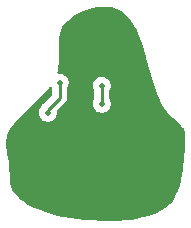
<source format=gbr>
%TF.GenerationSoftware,KiCad,Pcbnew,9.0.6*%
%TF.CreationDate,2026-01-01T02:46:18-05:00*%
%TF.ProjectId,Project Resonator Crossover Circuit PCB,50726f6a-6563-4742-9052-65736f6e6174,rev?*%
%TF.SameCoordinates,Original*%
%TF.FileFunction,Copper,L2,Bot*%
%TF.FilePolarity,Positive*%
%FSLAX46Y46*%
G04 Gerber Fmt 4.6, Leading zero omitted, Abs format (unit mm)*
G04 Created by KiCad (PCBNEW 9.0.6) date 2026-01-01 02:46:18*
%MOMM*%
%LPD*%
G01*
G04 APERTURE LIST*
%TA.AperFunction,ViaPad*%
%ADD10C,0.508000*%
%TD*%
%TA.AperFunction,Conductor*%
%ADD11C,0.254000*%
%TD*%
G04 APERTURE END LIST*
D10*
%TO.N,GND*%
X164846000Y-100330000D03*
X155194000Y-96266000D03*
X162814000Y-103886000D03*
X159512000Y-88138000D03*
X151892000Y-100330000D03*
X153924000Y-103886000D03*
X160782000Y-98806000D03*
X163830000Y-100330000D03*
X158242000Y-103124000D03*
%TO.N,+*%
X154178000Y-96266000D03*
X158750000Y-95504000D03*
X155194000Y-93726000D03*
X158750000Y-93980000D03*
%TD*%
D11*
%TO.N,GND*%
X152146000Y-100076000D02*
X153162000Y-100076000D01*
X155956000Y-99568000D02*
X156972000Y-100584000D01*
X162052000Y-91948000D02*
X162052000Y-98552000D01*
X153924000Y-103886000D02*
X154940000Y-103886000D01*
X160782000Y-100076000D02*
X161290000Y-100584000D01*
X155448000Y-101092000D02*
X155956000Y-100584000D01*
X159766000Y-91186000D02*
X161290000Y-91186000D01*
X161290000Y-91186000D02*
X162052000Y-91948000D01*
X154940000Y-103886000D02*
X155448000Y-103378000D01*
X160782000Y-98806000D02*
X160782000Y-100076000D01*
X153670000Y-100584000D02*
X155956000Y-100584000D01*
X164338000Y-99060000D02*
X164846000Y-99568000D01*
X158750000Y-88138000D02*
X158496000Y-88392000D01*
X162052000Y-98552000D02*
X162560000Y-99060000D01*
X161290000Y-100584000D02*
X163576000Y-100584000D01*
X153162000Y-100076000D02*
X153670000Y-100584000D01*
X155956000Y-97028000D02*
X155956000Y-99568000D01*
X151892000Y-100330000D02*
X152146000Y-100076000D01*
X158496000Y-88392000D02*
X158496000Y-89916000D01*
X159004000Y-103886000D02*
X162814000Y-103886000D01*
X155956000Y-100584000D02*
X156972000Y-100584000D01*
X163576000Y-100584000D02*
X163830000Y-100330000D01*
X155448000Y-103378000D02*
X155448000Y-101092000D01*
X164846000Y-99568000D02*
X164846000Y-100330000D01*
X156972000Y-100584000D02*
X161290000Y-100584000D01*
X155194000Y-96266000D02*
X155956000Y-97028000D01*
X158242000Y-103124000D02*
X159004000Y-103886000D01*
X158496000Y-89916000D02*
X159766000Y-91186000D01*
X159512000Y-88138000D02*
X158750000Y-88138000D01*
X162560000Y-99060000D02*
X164338000Y-99060000D01*
%TO.N,+*%
X155194000Y-94996000D02*
X155194000Y-93726000D01*
X154178000Y-96266000D02*
X154178000Y-96012000D01*
X158750000Y-95504000D02*
X158750000Y-93980000D01*
X154940000Y-95250000D02*
X155194000Y-94996000D01*
X154178000Y-96012000D02*
X154940000Y-95250000D01*
%TD*%
%TA.AperFunction,Conductor*%
%TO.N,GND*%
G36*
X159031936Y-87285090D02*
G01*
X159360990Y-87307027D01*
X159362897Y-87307169D01*
X159591885Y-87326252D01*
X159617214Y-87331054D01*
X159780941Y-87380172D01*
X159789821Y-87383206D01*
X160054565Y-87485031D01*
X160077378Y-87493805D01*
X160083226Y-87496227D01*
X160258123Y-87573959D01*
X160271560Y-87580943D01*
X160344304Y-87624590D01*
X160351613Y-87629332D01*
X160570362Y-87782456D01*
X160575369Y-87786153D01*
X160744784Y-87917921D01*
X160760408Y-87932389D01*
X160971374Y-88164452D01*
X160972300Y-88165482D01*
X161140768Y-88355008D01*
X161151263Y-88368606D01*
X161518552Y-88919539D01*
X161521707Y-88924525D01*
X161711655Y-89241105D01*
X161720800Y-89259716D01*
X161923675Y-89778172D01*
X161924735Y-89780982D01*
X162215331Y-90580121D01*
X162217758Y-90587508D01*
X162316092Y-90921844D01*
X162316092Y-90921845D01*
X162318958Y-90931590D01*
X162319040Y-90934011D01*
X162337790Y-90995623D01*
X162337947Y-90996154D01*
X162337982Y-90996270D01*
X162356675Y-91059825D01*
X162360273Y-91069494D01*
X162491724Y-91501403D01*
X162491723Y-91501403D01*
X162494270Y-91509772D01*
X162494299Y-91510558D01*
X162513738Y-91573737D01*
X162530703Y-91629478D01*
X162534788Y-91642900D01*
X162536011Y-91646125D01*
X162709009Y-92208368D01*
X162710790Y-92214761D01*
X162916389Y-93037159D01*
X162919387Y-93049151D01*
X162920139Y-93065385D01*
X162935572Y-93113891D01*
X162947919Y-93163276D01*
X162949767Y-93166605D01*
X162949808Y-93166679D01*
X162959553Y-93189261D01*
X163083437Y-93578611D01*
X163098787Y-93626853D01*
X163099904Y-93638832D01*
X163119027Y-93690467D01*
X163119903Y-93693218D01*
X163135735Y-93742973D01*
X163138395Y-93748638D01*
X163146877Y-93765661D01*
X163293645Y-94161934D01*
X163369842Y-94367667D01*
X163372516Y-94374885D01*
X163372742Y-94375503D01*
X163554181Y-94874458D01*
X163556244Y-94888776D01*
X163576988Y-94937179D01*
X163578180Y-94940457D01*
X163594992Y-94986689D01*
X163595952Y-94988061D01*
X163608326Y-95010303D01*
X163796546Y-95449481D01*
X163798715Y-95454541D01*
X163812505Y-95496703D01*
X163824985Y-95515840D01*
X163829221Y-95525723D01*
X163829221Y-95525724D01*
X163833982Y-95536833D01*
X163833984Y-95536836D01*
X163833986Y-95536840D01*
X163858011Y-95567372D01*
X163864421Y-95576308D01*
X163954721Y-95714768D01*
X164208807Y-96104367D01*
X164226406Y-96139175D01*
X164245225Y-96160208D01*
X164250382Y-96168115D01*
X164260644Y-96183850D01*
X164260647Y-96183853D01*
X164284602Y-96205338D01*
X164294217Y-96214964D01*
X164552569Y-96503710D01*
X164674639Y-96640140D01*
X164674639Y-96640141D01*
X164678837Y-96644833D01*
X164703020Y-96678107D01*
X164723288Y-96694515D01*
X164729933Y-96701941D01*
X164740682Y-96713955D01*
X164755553Y-96723678D01*
X164769856Y-96733031D01*
X164779992Y-96740418D01*
X165265973Y-97133831D01*
X165271352Y-97138446D01*
X165500545Y-97346804D01*
X165512392Y-97359173D01*
X165670211Y-97548556D01*
X165690083Y-97581886D01*
X165739437Y-97705271D01*
X165743934Y-97718689D01*
X165790967Y-97891145D01*
X165795208Y-97918140D01*
X165816372Y-98383740D01*
X165816500Y-98389371D01*
X165816500Y-99072547D01*
X165816034Y-99083289D01*
X165774876Y-99556594D01*
X165773863Y-99568232D01*
X165772562Y-99571996D01*
X165768075Y-99634793D01*
X165767989Y-99635791D01*
X165762611Y-99697650D01*
X165762668Y-99698937D01*
X165762473Y-99713219D01*
X165718432Y-100329800D01*
X165718132Y-100333303D01*
X165670569Y-100808932D01*
X165669812Y-100814988D01*
X165634508Y-101050347D01*
X165606945Y-101234101D01*
X165606651Y-101234784D01*
X165597087Y-101299811D01*
X165597026Y-101300221D01*
X165597003Y-101300381D01*
X165586283Y-101371855D01*
X165586016Y-101375087D01*
X165474907Y-102130638D01*
X165473474Y-102138578D01*
X165414561Y-102413508D01*
X165408081Y-102434474D01*
X165254249Y-102810512D01*
X165210831Y-102916644D01*
X165208126Y-102922776D01*
X165003734Y-103354269D01*
X164998000Y-103364984D01*
X164754023Y-103771612D01*
X164735375Y-103795495D01*
X164541657Y-103989214D01*
X164530812Y-103998859D01*
X164116686Y-104325799D01*
X164103648Y-104334802D01*
X163426927Y-104740835D01*
X163411248Y-104748789D01*
X163012752Y-104916577D01*
X162998698Y-104921523D01*
X162348853Y-105107193D01*
X162343509Y-105108592D01*
X161859230Y-105223896D01*
X161848550Y-105225949D01*
X161046219Y-105343939D01*
X161038267Y-105344847D01*
X159859318Y-105441089D01*
X159849229Y-105441500D01*
X158770387Y-105441500D01*
X158762403Y-105441243D01*
X158013652Y-105392935D01*
X158011339Y-105392764D01*
X157427927Y-105344147D01*
X157423736Y-105343726D01*
X156589246Y-105245551D01*
X156587346Y-105245312D01*
X156221477Y-105196530D01*
X156219824Y-105196299D01*
X155390053Y-105074274D01*
X155383776Y-105073185D01*
X155046100Y-105005650D01*
X155037791Y-105003689D01*
X154528573Y-104864811D01*
X154520890Y-104862445D01*
X153749467Y-104597268D01*
X153745917Y-104595987D01*
X152880351Y-104268475D01*
X152861373Y-104259384D01*
X152498161Y-104045730D01*
X152492248Y-104042024D01*
X152068839Y-103759752D01*
X152064293Y-103756572D01*
X151944766Y-103668919D01*
X151766745Y-103538369D01*
X151743702Y-103516402D01*
X151382215Y-103069860D01*
X151377710Y-103063939D01*
X151183059Y-102791427D01*
X151168839Y-102765419D01*
X151061230Y-102496396D01*
X151056548Y-102482294D01*
X151012034Y-102315367D01*
X150984834Y-102213368D01*
X150980722Y-102185701D01*
X150960407Y-101596549D01*
X150961015Y-101593786D01*
X150958103Y-101529725D01*
X150955891Y-101465571D01*
X150955890Y-101465568D01*
X150955845Y-101464255D01*
X150954586Y-101452350D01*
X150934763Y-101016250D01*
X150937767Y-100988846D01*
X150931736Y-100949648D01*
X150929936Y-100910034D01*
X150924501Y-100892904D01*
X150920140Y-100874274D01*
X150878319Y-100602434D01*
X150878065Y-100600696D01*
X150786177Y-99934502D01*
X150787128Y-99922088D01*
X150777053Y-99868359D01*
X150769584Y-99814203D01*
X150769583Y-99814201D01*
X150768598Y-99810615D01*
X150762297Y-99789664D01*
X150745202Y-99698492D01*
X150702326Y-99469816D01*
X150701448Y-99464500D01*
X150659746Y-99172582D01*
X150658500Y-99155046D01*
X150658500Y-98617010D01*
X150661252Y-98591029D01*
X150705067Y-98386556D01*
X150714874Y-98340788D01*
X150718484Y-98327563D01*
X150724987Y-98308055D01*
X150775102Y-98157708D01*
X150778258Y-98149278D01*
X150988980Y-97643546D01*
X151004233Y-97616854D01*
X151316725Y-97200197D01*
X151322920Y-97192587D01*
X151674248Y-96794416D01*
X151677008Y-96791393D01*
X152083462Y-96361030D01*
X152087927Y-96356542D01*
X153134270Y-95357760D01*
X153142106Y-95353110D01*
X153182604Y-95311623D01*
X153224532Y-95271602D01*
X153224533Y-95271598D01*
X153229629Y-95265270D01*
X153229957Y-95265534D01*
X153239120Y-95253728D01*
X154200284Y-94269122D01*
X154235963Y-94237767D01*
X154246882Y-94221388D01*
X154260633Y-94207302D01*
X154281566Y-94170013D01*
X154283320Y-94167805D01*
X154283710Y-94166344D01*
X154286502Y-94161956D01*
X154328964Y-94098264D01*
X154382526Y-94053405D01*
X154451842Y-94044625D01*
X154514901Y-94074713D01*
X154535237Y-94098156D01*
X154545601Y-94113666D01*
X154555919Y-94146618D01*
X154566460Y-94179414D01*
X154566335Y-94179881D01*
X154566480Y-94180343D01*
X154566500Y-94182559D01*
X154566500Y-94684719D01*
X154546815Y-94751758D01*
X154530181Y-94772400D01*
X153777992Y-95524589D01*
X153735216Y-95567365D01*
X153690586Y-95611994D01*
X153690585Y-95611996D01*
X153621920Y-95714761D01*
X153621916Y-95714768D01*
X153612540Y-95737406D01*
X153612537Y-95737413D01*
X153598900Y-95770331D01*
X153587444Y-95791763D01*
X153509370Y-95908611D01*
X153452495Y-96045919D01*
X153452493Y-96045927D01*
X153423500Y-96191683D01*
X153423500Y-96340316D01*
X153452493Y-96486072D01*
X153452495Y-96486080D01*
X153509371Y-96623391D01*
X153591939Y-96746964D01*
X153591945Y-96746971D01*
X153697028Y-96852054D01*
X153697035Y-96852060D01*
X153820608Y-96934628D01*
X153820609Y-96934628D01*
X153820610Y-96934629D01*
X153957920Y-96991505D01*
X154103683Y-97020499D01*
X154103687Y-97020500D01*
X154103688Y-97020500D01*
X154252313Y-97020500D01*
X154252314Y-97020499D01*
X154398080Y-96991505D01*
X154535390Y-96934629D01*
X154658966Y-96852059D01*
X154764059Y-96746966D01*
X154846629Y-96623390D01*
X154903505Y-96486080D01*
X154932500Y-96340312D01*
X154932500Y-96196280D01*
X154952185Y-96129241D01*
X154968819Y-96108599D01*
X155427411Y-95650008D01*
X155681408Y-95396011D01*
X155681411Y-95396008D01*
X155750083Y-95293233D01*
X155797385Y-95179035D01*
X155821500Y-95057803D01*
X155821500Y-94934197D01*
X155821500Y-94182559D01*
X155841185Y-94115520D01*
X155842399Y-94113667D01*
X155862624Y-94083398D01*
X155862625Y-94083395D01*
X155862629Y-94083390D01*
X155919505Y-93946080D01*
X155922558Y-93930730D01*
X155927541Y-93905683D01*
X157995500Y-93905683D01*
X157995500Y-94054316D01*
X158024493Y-94200072D01*
X158024495Y-94200080D01*
X158081369Y-94337387D01*
X158081375Y-94337398D01*
X158101601Y-94367667D01*
X158122480Y-94434344D01*
X158122500Y-94436559D01*
X158122500Y-95047440D01*
X158102815Y-95114479D01*
X158101603Y-95116329D01*
X158081371Y-95146608D01*
X158024495Y-95283919D01*
X158024493Y-95283927D01*
X157995500Y-95429683D01*
X157995500Y-95578316D01*
X158024493Y-95724072D01*
X158024495Y-95724080D01*
X158081371Y-95861391D01*
X158163939Y-95984964D01*
X158163945Y-95984971D01*
X158269028Y-96090054D01*
X158269035Y-96090060D01*
X158392608Y-96172628D01*
X158392609Y-96172628D01*
X158392610Y-96172629D01*
X158529920Y-96229505D01*
X158675683Y-96258499D01*
X158675687Y-96258500D01*
X158675688Y-96258500D01*
X158824313Y-96258500D01*
X158824314Y-96258499D01*
X158970080Y-96229505D01*
X159107390Y-96172629D01*
X159230966Y-96090059D01*
X159336059Y-95984966D01*
X159418629Y-95861390D01*
X159475505Y-95724080D01*
X159504500Y-95578312D01*
X159504500Y-95429688D01*
X159475505Y-95283920D01*
X159418629Y-95146610D01*
X159418628Y-95146608D01*
X159398397Y-95116329D01*
X159377520Y-95049651D01*
X159377500Y-95047440D01*
X159377500Y-94436559D01*
X159397185Y-94369520D01*
X159398399Y-94367667D01*
X159418624Y-94337398D01*
X159418625Y-94337395D01*
X159418629Y-94337390D01*
X159475505Y-94200080D01*
X159504500Y-94054312D01*
X159504500Y-93905688D01*
X159475505Y-93759920D01*
X159418629Y-93622610D01*
X159340659Y-93505919D01*
X159336060Y-93499035D01*
X159336054Y-93499028D01*
X159230971Y-93393945D01*
X159230964Y-93393939D01*
X159107391Y-93311371D01*
X158970080Y-93254495D01*
X158970072Y-93254493D01*
X158824316Y-93225500D01*
X158824312Y-93225500D01*
X158675688Y-93225500D01*
X158675683Y-93225500D01*
X158529927Y-93254493D01*
X158529919Y-93254495D01*
X158392608Y-93311371D01*
X158269035Y-93393939D01*
X158269028Y-93393945D01*
X158163945Y-93499028D01*
X158163939Y-93499035D01*
X158081371Y-93622608D01*
X158024495Y-93759919D01*
X158024493Y-93759927D01*
X157995500Y-93905683D01*
X155927541Y-93905683D01*
X155933564Y-93875404D01*
X155933564Y-93875403D01*
X155948499Y-93800316D01*
X155948500Y-93800313D01*
X155948500Y-93651687D01*
X155948499Y-93651683D01*
X155919506Y-93505927D01*
X155919505Y-93505920D01*
X155862629Y-93368610D01*
X155856557Y-93359523D01*
X155780060Y-93245035D01*
X155780054Y-93245028D01*
X155674971Y-93139945D01*
X155674964Y-93139939D01*
X155551391Y-93057371D01*
X155414080Y-93000495D01*
X155414072Y-93000493D01*
X155268316Y-92971500D01*
X155268312Y-92971500D01*
X155121532Y-92971500D01*
X155089714Y-92962157D01*
X155057606Y-92953752D01*
X155056317Y-92952350D01*
X155054493Y-92951815D01*
X155032774Y-92926750D01*
X155010310Y-92902323D01*
X155009983Y-92900448D01*
X155008738Y-92899011D01*
X155004016Y-92866174D01*
X154998326Y-92833489D01*
X154998965Y-92831045D01*
X154998794Y-92829853D01*
X155007264Y-92799346D01*
X155016201Y-92778139D01*
X155017123Y-92776005D01*
X155041862Y-92720347D01*
X155041863Y-92720337D01*
X155042953Y-92716653D01*
X155043067Y-92716331D01*
X155043490Y-92714851D01*
X155043564Y-92714508D01*
X155044580Y-92710806D01*
X155044584Y-92710797D01*
X155053060Y-92649345D01*
X155062721Y-92588090D01*
X155062194Y-92583116D01*
X155148334Y-91958593D01*
X155151392Y-91943467D01*
X155158500Y-91916945D01*
X155158500Y-91884903D01*
X155162878Y-91853163D01*
X155158500Y-91818245D01*
X155158500Y-91424821D01*
X155160055Y-91411717D01*
X155159236Y-91411632D01*
X155160085Y-91403542D01*
X155158543Y-91344947D01*
X155158500Y-91341685D01*
X155158500Y-91283053D01*
X155157439Y-91274997D01*
X155158247Y-91274890D01*
X155156355Y-91261825D01*
X155147728Y-90934011D01*
X155134779Y-90441940D01*
X155136977Y-90430546D01*
X155133023Y-90375194D01*
X155131563Y-90319701D01*
X155131561Y-90319694D01*
X155130290Y-90311671D01*
X155130310Y-90311667D01*
X155127302Y-90295113D01*
X155112970Y-90094454D01*
X155114727Y-90063055D01*
X155214155Y-89526147D01*
X155220512Y-89503790D01*
X155368496Y-89123262D01*
X155370751Y-89117845D01*
X155437014Y-88968753D01*
X155450333Y-88945785D01*
X155469580Y-88919539D01*
X155646542Y-88678226D01*
X155663575Y-88659398D01*
X155860827Y-88481871D01*
X155862495Y-88480397D01*
X156202861Y-88185414D01*
X156215274Y-88175956D01*
X156313949Y-88110173D01*
X156321185Y-88105701D01*
X156629619Y-87929453D01*
X156638687Y-87924757D01*
X156979134Y-87765881D01*
X156983430Y-87763976D01*
X157424965Y-87578066D01*
X157433826Y-87574729D01*
X157961146Y-87398956D01*
X157981005Y-87394113D01*
X158381359Y-87330899D01*
X158390367Y-87329814D01*
X158660692Y-87307287D01*
X158663214Y-87307103D01*
X159015957Y-87285057D01*
X159031936Y-87285090D01*
G37*
%TD.AperFunction*%
%TD*%
M02*

</source>
